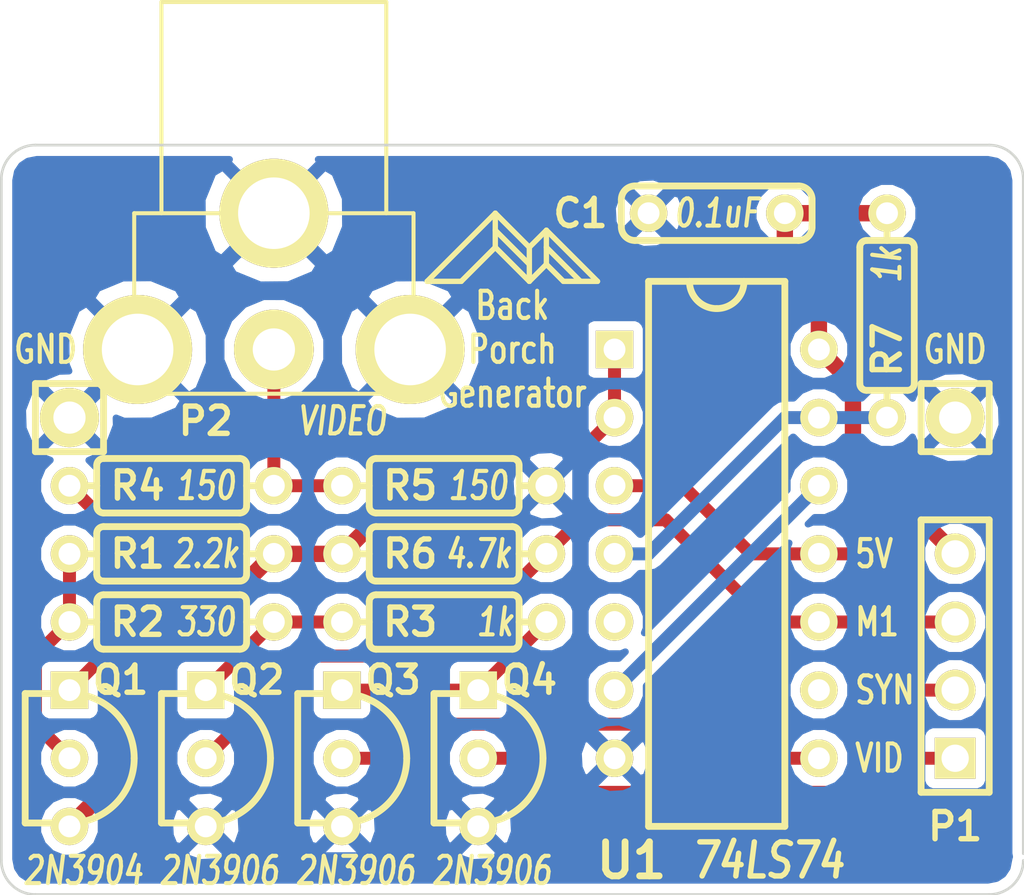
<source format=kicad_pcb>
(kicad_pcb (version 3) (host pcbnew "(2013-05-16 BZR 4016)-stable")

  (general
    (links 37)
    (no_connects 0)
    (area 100.397734 70.536999 140.902266 104.190001)
    (thickness 1.6)
    (drawings 30)
    (tracks 83)
    (zones 0)
    (modules 17)
    (nets 14)
  )

  (page A4)
  (layers
    (15 F.Cu signal)
    (0 B.Cu signal)
    (16 B.Adhes user)
    (17 F.Adhes user)
    (18 B.Paste user)
    (19 F.Paste user)
    (20 B.SilkS user)
    (21 F.SilkS user)
    (22 B.Mask user)
    (23 F.Mask user)
    (24 Dwgs.User user)
    (25 Cmts.User user)
    (26 Eco1.User user)
    (27 Eco2.User user)
    (28 Edge.Cuts user)
  )

  (setup
    (last_trace_width 0.4826)
    (trace_clearance 0.254)
    (zone_clearance 0.3556)
    (zone_45_only no)
    (trace_min 0.254)
    (segment_width 0.2)
    (edge_width 0.1)
    (via_size 0.889)
    (via_drill 0.635)
    (via_min_size 0.889)
    (via_min_drill 0.508)
    (uvia_size 0.508)
    (uvia_drill 0.127)
    (uvias_allowed no)
    (uvia_min_size 0.508)
    (uvia_min_drill 0.127)
    (pcb_text_width 0.3)
    (pcb_text_size 1.5 1.5)
    (mod_edge_width 0.15)
    (mod_text_size 1 1)
    (mod_text_width 0.15)
    (pad_size 2.2 2.2)
    (pad_drill 1.2)
    (pad_to_mask_clearance 0)
    (aux_axis_origin 0 0)
    (visible_elements 7FFFFFFF)
    (pcbplotparams
      (layerselection 284196865)
      (usegerberextensions true)
      (excludeedgelayer true)
      (linewidth 0.150000)
      (plotframeref false)
      (viasonmask false)
      (mode 1)
      (useauxorigin false)
      (hpglpennumber 1)
      (hpglpenspeed 20)
      (hpglpendiameter 15)
      (hpglpenoverlay 2)
      (psnegative false)
      (psa4output false)
      (plotreference true)
      (plotvalue true)
      (plotothertext true)
      (plotinvisibletext false)
      (padsonsilk false)
      (subtractmaskfromsilk false)
      (outputformat 1)
      (mirror false)
      (drillshape 0)
      (scaleselection 1)
      (outputdirectory gerber))
  )

  (net 0 "")
  (net 1 /M1)
  (net 2 /SYNC)
  (net 3 /VIDEO)
  (net 4 GND)
  (net 5 N-0000012)
  (net 6 N-0000013)
  (net 7 N-0000014)
  (net 8 N-000003)
  (net 9 N-000005)
  (net 10 N-000007)
  (net 11 N-000008)
  (net 12 N-000009)
  (net 13 VCC)

  (net_class Default "This is the default net class."
    (clearance 0.254)
    (trace_width 0.4826)
    (via_dia 0.889)
    (via_drill 0.635)
    (uvia_dia 0.508)
    (uvia_drill 0.127)
    (add_net "")
    (add_net /M1)
    (add_net /SYNC)
    (add_net /VIDEO)
    (add_net N-0000012)
    (add_net N-0000013)
    (add_net N-0000014)
    (add_net N-000003)
    (add_net N-000005)
    (add_net N-000007)
    (add_net N-000008)
    (add_net N-000009)
  )

  (net_class Power ""
    (clearance 0.254)
    (trace_width 0.6096)
    (via_dia 0.889)
    (via_drill 0.635)
    (uvia_dia 0.508)
    (uvia_drill 0.127)
    (add_net GND)
    (add_net VCC)
  )

  (module Res_762 (layer F.Cu) (tedit 523FCDD4) (tstamp 523F2E1A)
    (at 107.95 91.44)
    (descr "Resistor 7.62mm between leads")
    (tags R)
    (path /523F1513)
    (autoplace_cost180 10)
    (fp_text reference R1 (at -1.27 0) (layer F.SilkS)
      (effects (font (size 1.016 1.016) (thickness 0.2032)))
    )
    (fp_text value 2.2k (at 1.27 0) (layer F.SilkS)
      (effects (font (size 1.016 0.762) (thickness 0.1524) italic))
    )
    (fp_line (start 2.54 1.016) (end -2.54 1.016) (layer F.SilkS) (width 0.254))
    (fp_line (start 2.794 -0.762) (end 2.794 0.762) (layer F.SilkS) (width 0.254))
    (fp_line (start -2.54 -1.016) (end 2.54 -1.016) (layer F.SilkS) (width 0.254))
    (fp_line (start -2.794 0.762) (end -2.794 -0.762) (layer F.SilkS) (width 0.254))
    (fp_arc (start 2.54 0.762) (end 2.794 0.762) (angle 90) (layer F.SilkS) (width 0.254))
    (fp_arc (start 2.54 -0.762) (end 2.54 -1.016) (angle 90) (layer F.SilkS) (width 0.254))
    (fp_arc (start -2.54 0.762) (end -2.54 1.016) (angle 90) (layer F.SilkS) (width 0.254))
    (fp_arc (start -2.54 -0.762) (end -2.794 -0.762) (angle 90) (layer F.SilkS) (width 0.254))
    (fp_line (start 2.794 0) (end 3.81 0) (layer F.SilkS) (width 0.254))
    (fp_line (start -3.81 0) (end -2.794 0) (layer F.SilkS) (width 0.254))
    (pad 1 thru_hole circle (at -3.81 0) (size 1.397 1.397) (drill 0.8128)
      (layers *.Cu *.Mask F.SilkS)
      (net 10 N-000007)
    )
    (pad 2 thru_hole circle (at 3.81 0) (size 1.397 1.397) (drill 0.8128)
      (layers *.Cu *.Mask F.SilkS)
      (net 13 VCC)
    )
    (model discret/resistor.wrl
      (at (xyz 0 0 0))
      (scale (xyz 0.3 0.3 0.3))
      (rotate (xyz 0 0 0))
    )
  )

  (module Res_762 (layer F.Cu) (tedit 523FCDCD) (tstamp 523F2E2A)
    (at 107.95 93.98 180)
    (descr "Resistor 7.62mm between leads")
    (tags R)
    (path /523F1522)
    (autoplace_cost180 10)
    (fp_text reference R2 (at 1.27 0 180) (layer F.SilkS)
      (effects (font (size 1.016 1.016) (thickness 0.2032)))
    )
    (fp_text value 330 (at -1.27 0 180) (layer F.SilkS)
      (effects (font (size 1.016 0.762) (thickness 0.1524) italic))
    )
    (fp_line (start 2.54 1.016) (end -2.54 1.016) (layer F.SilkS) (width 0.254))
    (fp_line (start 2.794 -0.762) (end 2.794 0.762) (layer F.SilkS) (width 0.254))
    (fp_line (start -2.54 -1.016) (end 2.54 -1.016) (layer F.SilkS) (width 0.254))
    (fp_line (start -2.794 0.762) (end -2.794 -0.762) (layer F.SilkS) (width 0.254))
    (fp_arc (start 2.54 0.762) (end 2.794 0.762) (angle 90) (layer F.SilkS) (width 0.254))
    (fp_arc (start 2.54 -0.762) (end 2.54 -1.016) (angle 90) (layer F.SilkS) (width 0.254))
    (fp_arc (start -2.54 0.762) (end -2.54 1.016) (angle 90) (layer F.SilkS) (width 0.254))
    (fp_arc (start -2.54 -0.762) (end -2.794 -0.762) (angle 90) (layer F.SilkS) (width 0.254))
    (fp_line (start 2.794 0) (end 3.81 0) (layer F.SilkS) (width 0.254))
    (fp_line (start -3.81 0) (end -2.794 0) (layer F.SilkS) (width 0.254))
    (pad 1 thru_hole circle (at -3.81 0 180) (size 1.397 1.397) (drill 0.8128)
      (layers *.Cu *.Mask F.SilkS)
      (net 8 N-000003)
    )
    (pad 2 thru_hole circle (at 3.81 0 180) (size 1.397 1.397) (drill 0.8128)
      (layers *.Cu *.Mask F.SilkS)
      (net 10 N-000007)
    )
    (model discret/resistor.wrl
      (at (xyz 0 0 0))
      (scale (xyz 0.3 0.3 0.3))
      (rotate (xyz 0 0 0))
    )
  )

  (module Res_762 (layer F.Cu) (tedit 523FCDC0) (tstamp 523F2E3A)
    (at 118.11 93.98 180)
    (descr "Resistor 7.62mm between leads")
    (tags R)
    (path /523F1531)
    (autoplace_cost180 10)
    (fp_text reference R3 (at 1.27 0 180) (layer F.SilkS)
      (effects (font (size 1.016 1.016) (thickness 0.2032)))
    )
    (fp_text value 1k (at -1.905 0 180) (layer F.SilkS)
      (effects (font (size 1.016 0.762) (thickness 0.1524) italic))
    )
    (fp_line (start 2.54 1.016) (end -2.54 1.016) (layer F.SilkS) (width 0.254))
    (fp_line (start 2.794 -0.762) (end 2.794 0.762) (layer F.SilkS) (width 0.254))
    (fp_line (start -2.54 -1.016) (end 2.54 -1.016) (layer F.SilkS) (width 0.254))
    (fp_line (start -2.794 0.762) (end -2.794 -0.762) (layer F.SilkS) (width 0.254))
    (fp_arc (start 2.54 0.762) (end 2.794 0.762) (angle 90) (layer F.SilkS) (width 0.254))
    (fp_arc (start 2.54 -0.762) (end 2.54 -1.016) (angle 90) (layer F.SilkS) (width 0.254))
    (fp_arc (start -2.54 0.762) (end -2.54 1.016) (angle 90) (layer F.SilkS) (width 0.254))
    (fp_arc (start -2.54 -0.762) (end -2.794 -0.762) (angle 90) (layer F.SilkS) (width 0.254))
    (fp_line (start 2.794 0) (end 3.81 0) (layer F.SilkS) (width 0.254))
    (fp_line (start -3.81 0) (end -2.794 0) (layer F.SilkS) (width 0.254))
    (pad 1 thru_hole circle (at -3.81 0 180) (size 1.397 1.397) (drill 0.8128)
      (layers *.Cu *.Mask F.SilkS)
      (net 7 N-0000014)
    )
    (pad 2 thru_hole circle (at 3.81 0 180) (size 1.397 1.397) (drill 0.8128)
      (layers *.Cu *.Mask F.SilkS)
      (net 8 N-000003)
    )
    (model discret/resistor.wrl
      (at (xyz 0 0 0))
      (scale (xyz 0.3 0.3 0.3))
      (rotate (xyz 0 0 0))
    )
  )

  (module Res_762 (layer F.Cu) (tedit 523FCDD3) (tstamp 523F2E4A)
    (at 107.95 88.9)
    (descr "Resistor 7.62mm between leads")
    (tags R)
    (path /523F1540)
    (autoplace_cost180 10)
    (fp_text reference R4 (at -1.27 0) (layer F.SilkS)
      (effects (font (size 1.016 1.016) (thickness 0.2032)))
    )
    (fp_text value 150 (at 1.27 0) (layer F.SilkS)
      (effects (font (size 1.016 0.762) (thickness 0.1524) italic))
    )
    (fp_line (start 2.54 1.016) (end -2.54 1.016) (layer F.SilkS) (width 0.254))
    (fp_line (start 2.794 -0.762) (end 2.794 0.762) (layer F.SilkS) (width 0.254))
    (fp_line (start -2.54 -1.016) (end 2.54 -1.016) (layer F.SilkS) (width 0.254))
    (fp_line (start -2.794 0.762) (end -2.794 -0.762) (layer F.SilkS) (width 0.254))
    (fp_arc (start 2.54 0.762) (end 2.794 0.762) (angle 90) (layer F.SilkS) (width 0.254))
    (fp_arc (start 2.54 -0.762) (end 2.54 -1.016) (angle 90) (layer F.SilkS) (width 0.254))
    (fp_arc (start -2.54 0.762) (end -2.54 1.016) (angle 90) (layer F.SilkS) (width 0.254))
    (fp_arc (start -2.54 -0.762) (end -2.794 -0.762) (angle 90) (layer F.SilkS) (width 0.254))
    (fp_line (start 2.794 0) (end 3.81 0) (layer F.SilkS) (width 0.254))
    (fp_line (start -3.81 0) (end -2.794 0) (layer F.SilkS) (width 0.254))
    (pad 1 thru_hole circle (at -3.81 0) (size 1.397 1.397) (drill 0.8128)
      (layers *.Cu *.Mask F.SilkS)
      (net 11 N-000008)
    )
    (pad 2 thru_hole circle (at 3.81 0) (size 1.397 1.397) (drill 0.8128)
      (layers *.Cu *.Mask F.SilkS)
      (net 12 N-000009)
    )
    (model discret/resistor.wrl
      (at (xyz 0 0 0))
      (scale (xyz 0.3 0.3 0.3))
      (rotate (xyz 0 0 0))
    )
  )

  (module Res_762 (layer F.Cu) (tedit 523FCDB2) (tstamp 523F2E5A)
    (at 118.11 88.9)
    (descr "Resistor 7.62mm between leads")
    (tags R)
    (path /523F154F)
    (autoplace_cost180 10)
    (fp_text reference R5 (at -1.27 0) (layer F.SilkS)
      (effects (font (size 1.016 1.016) (thickness 0.2032)))
    )
    (fp_text value 150 (at 1.27 0) (layer F.SilkS)
      (effects (font (size 1.016 0.762) (thickness 0.1524) italic))
    )
    (fp_line (start 2.54 1.016) (end -2.54 1.016) (layer F.SilkS) (width 0.254))
    (fp_line (start 2.794 -0.762) (end 2.794 0.762) (layer F.SilkS) (width 0.254))
    (fp_line (start -2.54 -1.016) (end 2.54 -1.016) (layer F.SilkS) (width 0.254))
    (fp_line (start -2.794 0.762) (end -2.794 -0.762) (layer F.SilkS) (width 0.254))
    (fp_arc (start 2.54 0.762) (end 2.794 0.762) (angle 90) (layer F.SilkS) (width 0.254))
    (fp_arc (start 2.54 -0.762) (end 2.54 -1.016) (angle 90) (layer F.SilkS) (width 0.254))
    (fp_arc (start -2.54 0.762) (end -2.54 1.016) (angle 90) (layer F.SilkS) (width 0.254))
    (fp_arc (start -2.54 -0.762) (end -2.794 -0.762) (angle 90) (layer F.SilkS) (width 0.254))
    (fp_line (start 2.794 0) (end 3.81 0) (layer F.SilkS) (width 0.254))
    (fp_line (start -3.81 0) (end -2.794 0) (layer F.SilkS) (width 0.254))
    (pad 1 thru_hole circle (at -3.81 0) (size 1.397 1.397) (drill 0.8128)
      (layers *.Cu *.Mask F.SilkS)
      (net 12 N-000009)
    )
    (pad 2 thru_hole circle (at 3.81 0) (size 1.397 1.397) (drill 0.8128)
      (layers *.Cu *.Mask F.SilkS)
      (net 4 GND)
    )
    (model discret/resistor.wrl
      (at (xyz 0 0 0))
      (scale (xyz 0.3 0.3 0.3))
      (rotate (xyz 0 0 0))
    )
  )

  (module Res_762 (layer F.Cu) (tedit 523FCDBA) (tstamp 523F2E6A)
    (at 118.11 91.44)
    (descr "Resistor 7.62mm between leads")
    (tags R)
    (path /523F155E)
    (autoplace_cost180 10)
    (fp_text reference R6 (at -1.27 0) (layer F.SilkS)
      (effects (font (size 1.016 1.016) (thickness 0.2032)))
    )
    (fp_text value 4.7k (at 1.27 0) (layer F.SilkS)
      (effects (font (size 1.016 0.762) (thickness 0.1524) italic))
    )
    (fp_line (start 2.54 1.016) (end -2.54 1.016) (layer F.SilkS) (width 0.254))
    (fp_line (start 2.794 -0.762) (end 2.794 0.762) (layer F.SilkS) (width 0.254))
    (fp_line (start -2.54 -1.016) (end 2.54 -1.016) (layer F.SilkS) (width 0.254))
    (fp_line (start -2.794 0.762) (end -2.794 -0.762) (layer F.SilkS) (width 0.254))
    (fp_arc (start 2.54 0.762) (end 2.794 0.762) (angle 90) (layer F.SilkS) (width 0.254))
    (fp_arc (start 2.54 -0.762) (end 2.54 -1.016) (angle 90) (layer F.SilkS) (width 0.254))
    (fp_arc (start -2.54 0.762) (end -2.54 1.016) (angle 90) (layer F.SilkS) (width 0.254))
    (fp_arc (start -2.54 -0.762) (end -2.794 -0.762) (angle 90) (layer F.SilkS) (width 0.254))
    (fp_line (start 2.794 0) (end 3.81 0) (layer F.SilkS) (width 0.254))
    (fp_line (start -3.81 0) (end -2.794 0) (layer F.SilkS) (width 0.254))
    (pad 1 thru_hole circle (at -3.81 0) (size 1.397 1.397) (drill 0.8128)
      (layers *.Cu *.Mask F.SilkS)
      (net 13 VCC)
    )
    (pad 2 thru_hole circle (at 3.81 0) (size 1.397 1.397) (drill 0.8128)
      (layers *.Cu *.Mask F.SilkS)
      (net 2 /SYNC)
    )
    (model discret/resistor.wrl
      (at (xyz 0 0 0))
      (scale (xyz 0.3 0.3 0.3))
      (rotate (xyz 0 0 0))
    )
  )

  (module Res_762 (layer F.Cu) (tedit 524122FE) (tstamp 523F2E7A)
    (at 134.62 82.55 270)
    (descr "Resistor 7.62mm between leads")
    (tags R)
    (path /523F1FD0)
    (autoplace_cost180 10)
    (fp_text reference R7 (at 1.27 0 270) (layer F.SilkS)
      (effects (font (size 1.016 1.016) (thickness 0.2032)))
    )
    (fp_text value 1k (at -1.905 0 270) (layer F.SilkS)
      (effects (font (size 1.016 0.762) (thickness 0.1524) italic))
    )
    (fp_line (start 2.54 1.016) (end -2.54 1.016) (layer F.SilkS) (width 0.254))
    (fp_line (start 2.794 -0.762) (end 2.794 0.762) (layer F.SilkS) (width 0.254))
    (fp_line (start -2.54 -1.016) (end 2.54 -1.016) (layer F.SilkS) (width 0.254))
    (fp_line (start -2.794 0.762) (end -2.794 -0.762) (layer F.SilkS) (width 0.254))
    (fp_arc (start 2.54 0.762) (end 2.794 0.762) (angle 90) (layer F.SilkS) (width 0.254))
    (fp_arc (start 2.54 -0.762) (end 2.54 -1.016) (angle 90) (layer F.SilkS) (width 0.254))
    (fp_arc (start -2.54 0.762) (end -2.54 1.016) (angle 90) (layer F.SilkS) (width 0.254))
    (fp_arc (start -2.54 -0.762) (end -2.794 -0.762) (angle 90) (layer F.SilkS) (width 0.254))
    (fp_line (start 2.794 0) (end 3.81 0) (layer F.SilkS) (width 0.254))
    (fp_line (start -3.81 0) (end -2.794 0) (layer F.SilkS) (width 0.254))
    (pad 1 thru_hole circle (at -3.81 0 270) (size 1.397 1.397) (drill 0.8128)
      (layers *.Cu *.Mask F.SilkS)
      (net 13 VCC)
    )
    (pad 2 thru_hole circle (at 3.81 0 270) (size 1.397 1.397) (drill 0.8128)
      (layers *.Cu *.Mask F.SilkS)
      (net 9 N-000005)
    )
    (model discret/resistor.wrl
      (at (xyz 0 0 0))
      (scale (xyz 0.3 0.3 0.3))
      (rotate (xyz 0 0 0))
    )
  )

  (module DIP14_300 (layer F.Cu) (tedit 5240FAF2) (tstamp 523F2E9F)
    (at 128.27 91.44 270)
    (descr "14 pins DIL package, round pads")
    (tags DIL)
    (path /523F14E1)
    (fp_text reference U1 (at 11.43 3.175 360) (layer F.SilkS)
      (effects (font (size 1.27 1.27) (thickness 0.254)))
    )
    (fp_text value 74LS74 (at 11.43 -1.905 360) (layer F.SilkS)
      (effects (font (size 1.27 1.016) (thickness 0.2032) italic))
    )
    (fp_arc (start -10.16 0) (end -9.144 0) (angle 90) (layer F.SilkS) (width 0.254))
    (fp_arc (start -10.16 0) (end -10.16 -1.016) (angle 90) (layer F.SilkS) (width 0.254))
    (fp_line (start 10.16 -2.54) (end -10.16 -2.54) (layer F.SilkS) (width 0.254))
    (fp_line (start -10.16 -2.54) (end -10.16 2.54) (layer F.SilkS) (width 0.254))
    (fp_line (start -10.16 2.54) (end 10.16 2.54) (layer F.SilkS) (width 0.254))
    (fp_line (start 10.16 2.54) (end 10.16 -2.54) (layer F.SilkS) (width 0.254))
    (pad 1 thru_hole rect (at -7.62 3.81 270) (size 1.397 1.397) (drill 0.8128)
      (layers *.Cu *.Mask F.SilkS)
      (net 2 /SYNC)
    )
    (pad 2 thru_hole circle (at -5.08 3.81 270) (size 1.397 1.397) (drill 0.8128)
      (layers *.Cu *.Mask F.SilkS)
      (net 2 /SYNC)
    )
    (pad 3 thru_hole circle (at -2.54 3.81 270) (size 1.397 1.397) (drill 0.8128)
      (layers *.Cu *.Mask F.SilkS)
      (net 1 /M1)
    )
    (pad 4 thru_hole circle (at 0 3.81 270) (size 1.397 1.397) (drill 0.8128)
      (layers *.Cu *.Mask F.SilkS)
      (net 9 N-000005)
    )
    (pad 5 thru_hole circle (at 2.54 3.81 270) (size 1.397 1.397) (drill 0.8128)
      (layers *.Cu *.Mask F.SilkS)
    )
    (pad 6 thru_hole circle (at 5.08 3.81 270) (size 1.397 1.397) (drill 0.8128)
      (layers *.Cu *.Mask F.SilkS)
      (net 5 N-0000012)
    )
    (pad 7 thru_hole circle (at 7.62 3.81 270) (size 1.397 1.397) (drill 0.8128)
      (layers *.Cu *.Mask F.SilkS)
      (net 4 GND)
    )
    (pad 8 thru_hole circle (at 7.62 -3.81 270) (size 1.397 1.397) (drill 0.8128)
      (layers *.Cu *.Mask F.SilkS)
      (net 6 N-0000013)
    )
    (pad 9 thru_hole circle (at 5.08 -3.81 270) (size 1.397 1.397) (drill 0.8128)
      (layers *.Cu *.Mask F.SilkS)
    )
    (pad 10 thru_hole circle (at 2.54 -3.81 270) (size 1.397 1.397) (drill 0.8128)
      (layers *.Cu *.Mask F.SilkS)
      (net 2 /SYNC)
    )
    (pad 11 thru_hole circle (at 0 -3.81 270) (size 1.397 1.397) (drill 0.8128)
      (layers *.Cu *.Mask F.SilkS)
      (net 1 /M1)
    )
    (pad 12 thru_hole circle (at -2.54 -3.81 270) (size 1.397 1.397) (drill 0.8128)
      (layers *.Cu *.Mask F.SilkS)
      (net 5 N-0000012)
    )
    (pad 13 thru_hole circle (at -5.08 -3.81 270) (size 1.397 1.397) (drill 0.8128)
      (layers *.Cu *.Mask F.SilkS)
      (net 9 N-000005)
    )
    (pad 14 thru_hole circle (at -7.62 -3.81 270) (size 1.397 1.397) (drill 0.8128)
      (layers *.Cu *.Mask F.SilkS)
      (net 13 VCC)
    )
    (model dil/dil_14.wrl
      (at (xyz 0 0 0))
      (scale (xyz 1 1 1))
      (rotate (xyz 0 0 0))
    )
  )

  (module Cap_Cer_504 (layer F.Cu) (tedit 523FCDE3) (tstamp 523F2EB7)
    (at 128.27 78.74 180)
    (descr "Ceramic Capacitor 5.04mm")
    (tags Cap_Cer_504)
    (path /523F156D)
    (fp_text reference C1 (at 5.08 0 180) (layer F.SilkS)
      (effects (font (size 1.016 1.016) (thickness 0.2032)))
    )
    (fp_text value 0.1uF (at 0 0 180) (layer F.SilkS)
      (effects (font (size 1.016 0.762) (thickness 0.1524) italic))
    )
    (fp_line (start 3.556 0.508) (end 3.556 -0.508) (layer F.SilkS) (width 0.254))
    (fp_line (start -3.048 1.016) (end 3.048 1.016) (layer F.SilkS) (width 0.254))
    (fp_line (start -3.048 -1.016) (end 3.048 -1.016) (layer F.SilkS) (width 0.254))
    (fp_arc (start 3.048 0.508) (end 3.556 0.508) (angle 90) (layer F.SilkS) (width 0.254))
    (fp_arc (start 3.048 -0.508) (end 3.048 -1.016) (angle 90) (layer F.SilkS) (width 0.254))
    (fp_arc (start -3.048 0.508) (end -3.048 1.016) (angle 90) (layer F.SilkS) (width 0.254))
    (fp_arc (start -3.048 -0.508) (end -3.556 -0.508) (angle 90) (layer F.SilkS) (width 0.254))
    (fp_line (start -3.556 0.508) (end -3.556 -0.508) (layer F.SilkS) (width 0.254))
    (pad 1 thru_hole circle (at -2.54 0 180) (size 1.397 1.397) (drill 0.8128)
      (layers *.Cu *.Mask F.SilkS)
      (net 13 VCC)
    )
    (pad 2 thru_hole circle (at 2.54 0 180) (size 1.397 1.397) (drill 0.8128)
      (layers *.Cu *.Mask F.SilkS)
      (net 4 GND)
    )
    (model discret/capa_2pas_5x5mm.wrl
      (at (xyz 0 0 0))
      (scale (xyz 1 1 1))
      (rotate (xyz 0 0 0))
    )
  )

  (module TO92_EBC_254 (layer F.Cu) (tedit 5240FB60) (tstamp 523FD190)
    (at 104.14 99.06 270)
    (descr "Transistor TO92")
    (tags TO92)
    (path /523F183A)
    (fp_text reference Q1 (at -2.921 -1.905 360) (layer F.SilkS)
      (effects (font (size 1.016 1.016) (thickness 0.2032)))
    )
    (fp_text value 2N3904 (at 4.191 -0.508 360) (layer F.SilkS)
      (effects (font (size 1.016 0.762) (thickness 0.1524) italic))
    )
    (fp_line (start 2.413 0) (end 2.413 1.651) (layer F.SilkS) (width 0.254))
    (fp_line (start -2.413 1.651) (end -2.413 0) (layer F.SilkS) (width 0.254))
    (fp_arc (start 0 0) (end 0 -2.413) (angle 90) (layer F.SilkS) (width 0.254))
    (fp_arc (start 0 0) (end -2.413 0) (angle 90) (layer F.SilkS) (width 0.254))
    (fp_line (start -2.413 1.651) (end 2.413 1.651) (layer F.SilkS) (width 0.254))
    (pad 1 thru_hole rect (at -2.54 0 270) (size 1.397 1.397) (drill 0.8128)
      (layers *.Cu *.Mask F.SilkS)
      (net 11 N-000008)
    )
    (pad 2 thru_hole circle (at 0 0 270) (size 1.397 1.397) (drill 0.8128)
      (layers *.Cu *.Mask F.SilkS)
      (net 10 N-000007)
    )
    (pad 3 thru_hole circle (at 2.54 0 270) (size 1.397 1.397) (drill 0.8128)
      (layers *.Cu *.Mask F.SilkS)
      (net 13 VCC)
    )
    (model discret/to98.wrl
      (at (xyz 0 0 0))
      (scale (xyz 1 1 1))
      (rotate (xyz 0 0 0))
    )
  )

  (module TO92_EBC_254 (layer F.Cu) (tedit 5240FB5A) (tstamp 523F2DEC)
    (at 114.3 99.06 270)
    (descr "Transistor TO92")
    (tags TO92)
    (path /523F1849)
    (fp_text reference Q3 (at -2.921 -1.905 360) (layer F.SilkS)
      (effects (font (size 1.016 1.016) (thickness 0.2032)))
    )
    (fp_text value 2N3906 (at 4.191 -0.508 360) (layer F.SilkS)
      (effects (font (size 1.016 0.762) (thickness 0.1524) italic))
    )
    (fp_line (start 2.413 0) (end 2.413 1.651) (layer F.SilkS) (width 0.254))
    (fp_line (start -2.413 1.651) (end -2.413 0) (layer F.SilkS) (width 0.254))
    (fp_arc (start 0 0) (end 0 -2.413) (angle 90) (layer F.SilkS) (width 0.254))
    (fp_arc (start 0 0) (end -2.413 0) (angle 90) (layer F.SilkS) (width 0.254))
    (fp_line (start -2.413 1.651) (end 2.413 1.651) (layer F.SilkS) (width 0.254))
    (pad 1 thru_hole rect (at -2.54 0 270) (size 1.397 1.397) (drill 0.8128)
      (layers *.Cu *.Mask F.SilkS)
      (net 7 N-0000014)
    )
    (pad 2 thru_hole circle (at 0 0 270) (size 1.397 1.397) (drill 0.8128)
      (layers *.Cu *.Mask F.SilkS)
      (net 6 N-0000013)
    )
    (pad 3 thru_hole circle (at 2.54 0 270) (size 1.397 1.397) (drill 0.8128)
      (layers *.Cu *.Mask F.SilkS)
      (net 4 GND)
    )
    (model discret/to98.wrl
      (at (xyz 0 0 0))
      (scale (xyz 1 1 1))
      (rotate (xyz 0 0 0))
    )
  )

  (module TO92_EBC_254 (layer F.Cu) (tedit 5240FB5C) (tstamp 523F2DFB)
    (at 109.22 99.06 270)
    (descr "Transistor TO92")
    (tags TO92)
    (path /523F1858)
    (fp_text reference Q2 (at -2.921 -1.905 360) (layer F.SilkS)
      (effects (font (size 1.016 1.016) (thickness 0.2032)))
    )
    (fp_text value 2N3906 (at 4.191 -0.508 360) (layer F.SilkS)
      (effects (font (size 1.016 0.762) (thickness 0.1524) italic))
    )
    (fp_line (start 2.413 0) (end 2.413 1.651) (layer F.SilkS) (width 0.254))
    (fp_line (start -2.413 1.651) (end -2.413 0) (layer F.SilkS) (width 0.254))
    (fp_arc (start 0 0) (end 0 -2.413) (angle 90) (layer F.SilkS) (width 0.254))
    (fp_arc (start 0 0) (end -2.413 0) (angle 90) (layer F.SilkS) (width 0.254))
    (fp_line (start -2.413 1.651) (end 2.413 1.651) (layer F.SilkS) (width 0.254))
    (pad 1 thru_hole rect (at -2.54 0 270) (size 1.397 1.397) (drill 0.8128)
      (layers *.Cu *.Mask F.SilkS)
      (net 8 N-000003)
    )
    (pad 2 thru_hole circle (at 0 0 270) (size 1.397 1.397) (drill 0.8128)
      (layers *.Cu *.Mask F.SilkS)
      (net 2 /SYNC)
    )
    (pad 3 thru_hole circle (at 2.54 0 270) (size 1.397 1.397) (drill 0.8128)
      (layers *.Cu *.Mask F.SilkS)
      (net 4 GND)
    )
    (model discret/to98.wrl
      (at (xyz 0 0 0))
      (scale (xyz 1 1 1))
      (rotate (xyz 0 0 0))
    )
  )

  (module TO92_EBC_254 (layer F.Cu) (tedit 5240FB58) (tstamp 523F2E0A)
    (at 119.38 99.06 270)
    (descr "Transistor TO92")
    (tags TO92)
    (path /523F1867)
    (fp_text reference Q4 (at -2.921 -1.905 360) (layer F.SilkS)
      (effects (font (size 1.016 1.016) (thickness 0.2032)))
    )
    (fp_text value 2N3906 (at 4.191 -0.508 360) (layer F.SilkS)
      (effects (font (size 1.016 0.762) (thickness 0.1524) italic))
    )
    (fp_line (start 2.413 0) (end 2.413 1.651) (layer F.SilkS) (width 0.254))
    (fp_line (start -2.413 1.651) (end -2.413 0) (layer F.SilkS) (width 0.254))
    (fp_arc (start 0 0) (end 0 -2.413) (angle 90) (layer F.SilkS) (width 0.254))
    (fp_arc (start 0 0) (end -2.413 0) (angle 90) (layer F.SilkS) (width 0.254))
    (fp_line (start -2.413 1.651) (end 2.413 1.651) (layer F.SilkS) (width 0.254))
    (pad 1 thru_hole rect (at -2.54 0 270) (size 1.397 1.397) (drill 0.8128)
      (layers *.Cu *.Mask F.SilkS)
      (net 7 N-0000014)
    )
    (pad 2 thru_hole circle (at 0 0 270) (size 1.397 1.397) (drill 0.8128)
      (layers *.Cu *.Mask F.SilkS)
      (net 3 /VIDEO)
    )
    (pad 3 thru_hole circle (at 2.54 0 270) (size 1.397 1.397) (drill 0.8128)
      (layers *.Cu *.Mask F.SilkS)
      (net 4 GND)
    )
    (model discret/to98.wrl
      (at (xyz 0 0 0))
      (scale (xyz 1 1 1))
      (rotate (xyz 0 0 0))
    )
  )

  (module Conn_RCA (layer F.Cu) (tedit 52411F4B) (tstamp 523FD1A0)
    (at 111.76 78.74 270)
    (descr "Jack Power Connector")
    (tags "CONN POWER JACK")
    (path /523F1B7D)
    (fp_text reference P2 (at 7.747 2.54 360) (layer F.SilkS)
      (effects (font (size 1.016 1.016) (thickness 0.2032)))
    )
    (fp_text value VIDEO (at 7.747 -2.54 360) (layer F.SilkS)
      (effects (font (size 1.016 0.762) (thickness 0.1524) italic))
    )
    (fp_line (start 0 -4.191) (end -7.874 -4.191) (layer F.SilkS) (width 0.15))
    (fp_line (start -7.874 -4.191) (end -7.874 4.191) (layer F.SilkS) (width 0.15))
    (fp_line (start -7.874 4.191) (end 0 4.191) (layer F.SilkS) (width 0.15))
    (fp_line (start 0 -5.207) (end 6.731 -5.207) (layer F.SilkS) (width 0.15))
    (fp_line (start 6.731 -5.207) (end 6.731 5.207) (layer F.SilkS) (width 0.15))
    (fp_line (start 6.731 5.207) (end 0 5.207) (layer F.SilkS) (width 0.15))
    (fp_line (start 0 -5.207) (end 0 5.207) (layer F.SilkS) (width 0.15))
    (pad 1 thru_hole circle (at 0 0 270) (size 4.064 4.064) (drill 2.667)
      (layers *.Cu *.Mask F.SilkS)
      (net 4 GND)
    )
    (pad 1 thru_hole circle (at 5.08 -5.08 270) (size 4.064 4.064) (drill 2.667)
      (layers *.Cu *.Mask F.SilkS)
      (net 4 GND)
    )
    (pad 1 thru_hole circle (at 5.08 5.08 270) (size 4.064 4.064) (drill 2.667)
      (layers *.Cu *.Mask F.SilkS)
      (net 4 GND)
    )
    (pad 2 thru_hole circle (at 5.08 0 270) (size 2.9718 2.9718) (drill 1.5748)
      (layers *.Cu *.Mask F.SilkS)
      (net 12 N-000009)
    )
    (model connectors/POWER_21.wrl
      (at (xyz 0 0 0))
      (scale (xyz 0.8 0.8 0.8))
      (rotate (xyz 0 0 0))
    )
  )

  (module PIN_ARRAY_4x1 (layer F.Cu) (tedit 5240FB97) (tstamp 5240FC5A)
    (at 137.16 95.25 90)
    (descr "Double rangee de contacts 2 x 5 pins")
    (tags CONN)
    (path /523F4084)
    (fp_text reference P1 (at -6.35 0 180) (layer F.SilkS)
      (effects (font (size 1.016 1.016) (thickness 0.2032)))
    )
    (fp_text value ZX80 (at 0 2.54 90) (layer F.SilkS) hide
      (effects (font (size 1.016 1.016) (thickness 0.2032)))
    )
    (fp_line (start 5.08 1.27) (end -5.08 1.27) (layer F.SilkS) (width 0.254))
    (fp_line (start 5.08 -1.27) (end -5.08 -1.27) (layer F.SilkS) (width 0.254))
    (fp_line (start -5.08 -1.27) (end -5.08 1.27) (layer F.SilkS) (width 0.254))
    (fp_line (start 5.08 1.27) (end 5.08 -1.27) (layer F.SilkS) (width 0.254))
    (pad 1 thru_hole rect (at -3.81 0 90) (size 1.524 1.524) (drill 1.016)
      (layers *.Cu *.Mask F.SilkS)
      (net 3 /VIDEO)
    )
    (pad 2 thru_hole circle (at -1.27 0 90) (size 1.524 1.524) (drill 1.016)
      (layers *.Cu *.Mask F.SilkS)
      (net 2 /SYNC)
    )
    (pad 3 thru_hole circle (at 1.27 0 90) (size 1.524 1.524) (drill 1.016)
      (layers *.Cu *.Mask F.SilkS)
      (net 1 /M1)
    )
    (pad 4 thru_hole circle (at 3.81 0 90) (size 1.524 1.524) (drill 1.016)
      (layers *.Cu *.Mask F.SilkS)
      (net 13 VCC)
    )
    (model pin_array\pins_array_4x1.wrl
      (at (xyz 0 0 0))
      (scale (xyz 1 1 1))
      (rotate (xyz 0 0 0))
    )
  )

  (module PIN_ARRAY_1X1_NOKEY (layer F.Cu) (tedit 5241239E) (tstamp 5240FB20)
    (at 104.14 86.36)
    (descr "Double rangee de contacts 2 x 5 pins")
    (tags CONN)
    (path /523F40BE)
    (fp_text reference P3 (at -1.27 -2.54) (layer F.SilkS) hide
      (effects (font (size 1.016 1.016) (thickness 0.2032)))
    )
    (fp_text value CONN_1 (at 0 2.54) (layer F.SilkS) hide
      (effects (font (size 1.016 1.016) (thickness 0.2032)))
    )
    (fp_line (start -1.27 1.27) (end 1.27 1.27) (layer F.SilkS) (width 0.254))
    (fp_line (start -1.27 -1.27) (end 1.27 -1.27) (layer F.SilkS) (width 0.254))
    (fp_line (start -1.27 -1.27) (end -1.27 1.27) (layer F.SilkS) (width 0.254))
    (fp_line (start 1.27 1.27) (end 1.27 -1.27) (layer F.SilkS) (width 0.254))
    (pad 1 thru_hole circle (at 0 0) (size 2.2 2.2) (drill 1.2)
      (layers *.Cu *.Mask F.SilkS)
      (net 4 GND)
    )
    (model pin_array/pins_array_5x1.wrl
      (at (xyz 0 0 0))
      (scale (xyz 1 1 1))
      (rotate (xyz 0 0 0))
    )
  )

  (module PIN_ARRAY_1X1_NOKEY (layer F.Cu) (tedit 524123A5) (tstamp 523F4644)
    (at 137.16 86.36)
    (descr "Double rangee de contacts 2 x 5 pins")
    (tags CONN)
    (path /523F40CD)
    (fp_text reference P4 (at 0 -2.54) (layer F.SilkS) hide
      (effects (font (size 1.016 1.016) (thickness 0.2032)))
    )
    (fp_text value CONN_1 (at 0 2.54) (layer F.SilkS) hide
      (effects (font (size 1.016 1.016) (thickness 0.2032)))
    )
    (fp_line (start -1.27 1.27) (end 1.27 1.27) (layer F.SilkS) (width 0.254))
    (fp_line (start -1.27 -1.27) (end 1.27 -1.27) (layer F.SilkS) (width 0.254))
    (fp_line (start -1.27 -1.27) (end -1.27 1.27) (layer F.SilkS) (width 0.254))
    (fp_line (start 1.27 1.27) (end 1.27 -1.27) (layer F.SilkS) (width 0.254))
    (pad 1 thru_hole circle (at 0 0) (size 2.2 2.2) (drill 1.2)
      (layers *.Cu *.Mask F.SilkS)
      (net 4 GND)
    )
    (model pin_array/pins_array_5x1.wrl
      (at (xyz 0 0 0))
      (scale (xyz 1 1 1))
      (rotate (xyz 0 0 0))
    )
  )

  (gr_text "Back\nPorch\nGenerator" (at 120.65 83.82) (layer F.SilkS)
    (effects (font (size 1.016 0.762) (thickness 0.1524)))
  )
  (gr_line (start 121.92 80.01) (end 123.19 81.28) (angle 90) (layer F.SilkS) (width 0.2))
  (gr_line (start 121.92 79.375) (end 121.92 80.645) (angle 90) (layer F.SilkS) (width 0.2))
  (gr_line (start 120.015 79.375) (end 121.285 80.645) (angle 90) (layer F.SilkS) (width 0.2))
  (gr_line (start 121.285 80.01) (end 121.285 81.28) (angle 90) (layer F.SilkS) (width 0.2))
  (gr_line (start 120.015 78.74) (end 120.015 80.01) (angle 90) (layer F.SilkS) (width 0.2))
  (gr_line (start 118.745 81.28) (end 117.475 81.28) (angle 90) (layer F.SilkS) (width 0.2))
  (gr_line (start 120.015 80.01) (end 118.745 81.28) (angle 90) (layer F.SilkS) (width 0.2))
  (gr_line (start 121.285 81.28) (end 120.015 80.01) (angle 90) (layer F.SilkS) (width 0.2))
  (gr_line (start 121.92 80.645) (end 121.285 81.28) (angle 90) (layer F.SilkS) (width 0.2))
  (gr_line (start 122.555 81.28) (end 121.92 80.645) (angle 90) (layer F.SilkS) (width 0.2))
  (gr_line (start 123.825 81.28) (end 122.555 81.28) (angle 90) (layer F.SilkS) (width 0.2))
  (gr_line (start 121.92 79.375) (end 123.825 81.28) (angle 90) (layer F.SilkS) (width 0.2))
  (gr_line (start 121.285 80.01) (end 121.92 79.375) (angle 90) (layer F.SilkS) (width 0.2))
  (gr_line (start 120.015 78.74) (end 121.285 80.01) (angle 90) (layer F.SilkS) (width 0.2))
  (gr_line (start 117.475 81.28) (end 120.015 78.74) (angle 90) (layer F.SilkS) (width 0.2))
  (gr_text GND (at 103.251 83.82) (layer F.SilkS)
    (effects (font (size 1.016 0.762) (thickness 0.1524)))
  )
  (gr_text GND (at 137.16 83.82) (layer F.SilkS)
    (effects (font (size 1.016 0.762) (thickness 0.1524)))
  )
  (gr_text VID (at 133.35 99.06) (layer F.SilkS)
    (effects (font (size 1.016 0.762) (thickness 0.1524)) (justify left))
  )
  (gr_text SYN (at 133.35 96.52) (layer F.SilkS)
    (effects (font (size 1.016 0.762) (thickness 0.1524)) (justify left))
  )
  (gr_text M1 (at 133.35 93.98) (layer F.SilkS)
    (effects (font (size 1.016 0.762) (thickness 0.1524)) (justify left))
  )
  (gr_text 5V (at 133.35 91.44) (layer F.SilkS)
    (effects (font (size 1.016 0.762) (thickness 0.1524)) (justify left))
  )
  (gr_arc (start 138.43 102.87) (end 139.7 102.87) (angle 90) (layer Edge.Cuts) (width 0.1))
  (gr_arc (start 138.43 77.47) (end 138.43 76.2) (angle 90) (layer Edge.Cuts) (width 0.1))
  (gr_arc (start 102.87 102.87) (end 102.87 104.14) (angle 90) (layer Edge.Cuts) (width 0.1))
  (gr_arc (start 102.87 77.47) (end 101.6 77.47) (angle 90) (layer Edge.Cuts) (width 0.1))
  (gr_line (start 138.43 76.2) (end 102.87 76.2) (angle 90) (layer Edge.Cuts) (width 0.1))
  (gr_line (start 139.7 102.616) (end 139.7 77.47) (angle 90) (layer Edge.Cuts) (width 0.1))
  (gr_line (start 102.87 104.14) (end 138.43 104.14) (angle 90) (layer Edge.Cuts) (width 0.1))
  (gr_line (start 101.6 77.47) (end 101.6 102.87) (angle 90) (layer Edge.Cuts) (width 0.1))

  (segment (start 132.08 91.44) (end 133.35 91.44) (width 0.4826) (layer F.Cu) (net 1))
  (segment (start 135.89 93.98) (end 137.16 93.98) (width 0.4826) (layer F.Cu) (net 1) (tstamp 523FCD80))
  (segment (start 133.35 91.44) (end 135.89 93.98) (width 0.4826) (layer F.Cu) (net 1) (tstamp 523FCD7E))
  (segment (start 132.08 91.44) (end 129.54 91.44) (width 0.4826) (layer F.Cu) (net 1))
  (segment (start 127 88.9) (end 124.46 88.9) (width 0.4826) (layer F.Cu) (net 1) (tstamp 523F4340))
  (segment (start 129.54 91.44) (end 127 88.9) (width 0.4826) (layer F.Cu) (net 1) (tstamp 523F433E))
  (segment (start 137.16 96.52) (end 135.89 96.52) (width 0.4826) (layer F.Cu) (net 2))
  (segment (start 133.35 93.98) (end 132.08 93.98) (width 0.4826) (layer F.Cu) (net 2) (tstamp 523FCD7A))
  (segment (start 135.89 96.52) (end 133.35 93.98) (width 0.4826) (layer F.Cu) (net 2) (tstamp 523FCD78))
  (segment (start 123.19 90.17) (end 126.365 90.17) (width 0.4826) (layer F.Cu) (net 2))
  (segment (start 126.365 90.17) (end 130.175 93.98) (width 0.4826) (layer F.Cu) (net 2) (tstamp 523FCD38))
  (segment (start 113.03 95.25) (end 118.11 95.25) (width 0.4826) (layer F.Cu) (net 2))
  (segment (start 109.22 99.06) (end 113.03 95.25) (width 0.4826) (layer F.Cu) (net 2))
  (segment (start 118.11 95.25) (end 121.92 91.44) (width 0.4826) (layer F.Cu) (net 2) (tstamp 523FCD32))
  (segment (start 123.19 90.17) (end 121.92 91.44) (width 0.4826) (layer F.Cu) (net 2))
  (segment (start 130.175 93.98) (end 132.08 93.98) (width 0.4826) (layer F.Cu) (net 2) (tstamp 523FCD3C))
  (segment (start 123.19 89.535) (end 123.19 87.63) (width 0.4826) (layer F.Cu) (net 2) (tstamp 523F4349))
  (segment (start 124.46 86.36) (end 123.19 87.63) (width 0.4826) (layer F.Cu) (net 2) (tstamp 523F434A))
  (segment (start 123.19 90.17) (end 123.19 89.535) (width 0.4826) (layer F.Cu) (net 2) (tstamp 523FCD1F))
  (segment (start 124.46 86.36) (end 124.46 83.82) (width 0.4826) (layer F.Cu) (net 2))
  (segment (start 119.38 99.06) (end 121.285 99.06) (width 0.4826) (layer F.Cu) (net 3))
  (segment (start 135.255 99.06) (end 137.16 99.06) (width 0.4826) (layer F.Cu) (net 3) (tstamp 523FCD74))
  (segment (start 133.985 100.33) (end 135.255 99.06) (width 0.4826) (layer F.Cu) (net 3) (tstamp 523FCD72))
  (segment (start 122.555 100.33) (end 133.985 100.33) (width 0.4826) (layer F.Cu) (net 3) (tstamp 523FCD70))
  (segment (start 121.285 99.06) (end 122.555 100.33) (width 0.4826) (layer F.Cu) (net 3) (tstamp 523FCD6E))
  (segment (start 104.14 86.36) (end 106.68 83.82) (width 0.6096) (layer B.Cu) (net 4))
  (segment (start 137.16 86.36) (end 132.08 81.28) (width 0.6096) (layer B.Cu) (net 4))
  (segment (start 128.27 81.28) (end 125.73 78.74) (width 0.6096) (layer B.Cu) (net 4) (tstamp 523FCD52))
  (segment (start 128.27 81.28) (end 132.08 81.28) (width 0.6096) (layer B.Cu) (net 4))
  (segment (start 115.57 102.87) (end 110.49 102.87) (width 0.6096) (layer B.Cu) (net 4))
  (segment (start 110.49 102.87) (end 109.22 101.6) (width 0.6096) (layer B.Cu) (net 4) (tstamp 523F4569))
  (segment (start 121.92 88.9) (end 123.19 90.17) (width 0.6096) (layer B.Cu) (net 4))
  (segment (start 123.19 81.28) (end 119.38 81.28) (width 0.6096) (layer B.Cu) (net 4))
  (segment (start 119.38 81.28) (end 116.84 83.82) (width 0.6096) (layer B.Cu) (net 4))
  (segment (start 111.76 78.74) (end 116.84 83.82) (width 0.6096) (layer B.Cu) (net 4))
  (segment (start 106.68 83.82) (end 111.76 78.74) (width 0.6096) (layer B.Cu) (net 4))
  (segment (start 124.46 99.06) (end 123.19 97.79) (width 0.6096) (layer B.Cu) (net 4))
  (segment (start 123.19 97.79) (end 123.19 90.17) (width 0.6096) (layer B.Cu) (net 4) (tstamp 523F44BC))
  (segment (start 123.19 90.17) (end 123.19 81.28) (width 0.6096) (layer B.Cu) (net 4) (tstamp 523F452F))
  (segment (start 123.19 81.28) (end 125.73 78.74) (width 0.6096) (layer B.Cu) (net 4) (tstamp 523F44BD))
  (segment (start 119.38 101.6) (end 118.11 102.87) (width 0.6096) (layer B.Cu) (net 4))
  (segment (start 115.57 102.87) (end 114.3 101.6) (width 0.6096) (layer B.Cu) (net 4) (tstamp 523F44B8))
  (segment (start 118.11 102.87) (end 115.57 102.87) (width 0.6096) (layer B.Cu) (net 4) (tstamp 523F44B7))
  (segment (start 124.46 99.06) (end 123.19 100.33) (width 0.6096) (layer B.Cu) (net 4))
  (segment (start 120.65 100.33) (end 119.38 101.6) (width 0.6096) (layer B.Cu) (net 4) (tstamp 523F44B4))
  (segment (start 123.19 100.33) (end 120.65 100.33) (width 0.6096) (layer B.Cu) (net 4) (tstamp 523F44B3))
  (segment (start 125.73 97.79) (end 124.46 99.06) (width 0.6096) (layer B.Cu) (net 4) (tstamp 523F44AE))
  (segment (start 124.46 96.52) (end 132.08 88.9) (width 0.4826) (layer B.Cu) (net 5))
  (segment (start 114.3 99.06) (end 116.205 99.06) (width 0.4826) (layer F.Cu) (net 6))
  (segment (start 128.905 99.06) (end 132.08 99.06) (width 0.4826) (layer F.Cu) (net 6) (tstamp 523FCC84))
  (segment (start 127.635 97.79) (end 128.905 99.06) (width 0.4826) (layer F.Cu) (net 6) (tstamp 523FCC82))
  (segment (start 117.475 97.79) (end 127.635 97.79) (width 0.4826) (layer F.Cu) (net 6) (tstamp 523FCC80))
  (segment (start 116.205 99.06) (end 117.475 97.79) (width 0.4826) (layer F.Cu) (net 6) (tstamp 523FCC7E))
  (segment (start 119.38 96.52) (end 121.92 93.98) (width 0.4826) (layer F.Cu) (net 7))
  (segment (start 114.3 96.52) (end 119.38 96.52) (width 0.4826) (layer F.Cu) (net 7))
  (segment (start 111.76 93.98) (end 114.3 93.98) (width 0.4826) (layer F.Cu) (net 8))
  (segment (start 109.22 96.52) (end 111.76 93.98) (width 0.4826) (layer F.Cu) (net 8))
  (segment (start 134.62 86.36) (end 132.08 86.36) (width 0.4826) (layer B.Cu) (net 9))
  (segment (start 124.46 91.44) (end 125.73 91.44) (width 0.4826) (layer B.Cu) (net 9))
  (segment (start 130.81 86.36) (end 132.08 86.36) (width 0.4826) (layer B.Cu) (net 9) (tstamp 523F4438))
  (segment (start 125.73 91.44) (end 130.81 86.36) (width 0.4826) (layer B.Cu) (net 9) (tstamp 523F4436))
  (segment (start 104.14 99.06) (end 102.87 97.79) (width 0.4826) (layer F.Cu) (net 10))
  (segment (start 102.87 95.25) (end 104.14 93.98) (width 0.4826) (layer F.Cu) (net 10) (tstamp 523F460C))
  (segment (start 102.87 97.79) (end 102.87 95.25) (width 0.4826) (layer F.Cu) (net 10) (tstamp 523F460B))
  (segment (start 104.14 93.98) (end 104.14 91.44) (width 0.4826) (layer F.Cu) (net 10))
  (segment (start 104.14 96.52) (end 105.41 95.25) (width 0.4826) (layer F.Cu) (net 11))
  (segment (start 105.41 90.17) (end 104.14 88.9) (width 0.4826) (layer F.Cu) (net 11) (tstamp 523F4611))
  (segment (start 105.41 95.25) (end 105.41 90.17) (width 0.4826) (layer F.Cu) (net 11) (tstamp 523F4610))
  (segment (start 111.76 88.9) (end 111.76 83.82) (width 0.4826) (layer F.Cu) (net 12))
  (segment (start 114.3 88.9) (end 111.76 88.9) (width 0.4826) (layer F.Cu) (net 12))
  (segment (start 133.35 85.09) (end 133.35 87.63) (width 0.6096) (layer F.Cu) (net 13))
  (segment (start 132.08 83.82) (end 133.35 85.09) (width 0.6096) (layer F.Cu) (net 13) (tstamp 523F4443))
  (segment (start 133.35 87.63) (end 137.16 91.44) (width 0.6096) (layer F.Cu) (net 13) (tstamp 5241200B))
  (segment (start 125.095 80.645) (end 130.81 80.645) (width 0.6096) (layer F.Cu) (net 13) (tstamp 523F4621))
  (segment (start 132.08 83.82) (end 132.08 81.915) (width 0.6096) (layer F.Cu) (net 13))
  (segment (start 132.08 81.915) (end 130.81 80.645) (width 0.6096) (layer F.Cu) (net 13) (tstamp 523F4357))
  (segment (start 111.76 91.44) (end 114.3 91.44) (width 0.6096) (layer F.Cu) (net 13))
  (segment (start 114.3 91.44) (end 125.095 80.645) (width 0.6096) (layer F.Cu) (net 13) (tstamp 523F461F))
  (segment (start 104.14 101.6) (end 106.68 99.06) (width 0.6096) (layer F.Cu) (net 13))
  (segment (start 106.68 96.52) (end 111.76 91.44) (width 0.6096) (layer F.Cu) (net 13) (tstamp 523F461B))
  (segment (start 106.68 99.06) (end 106.68 96.52) (width 0.6096) (layer F.Cu) (net 13) (tstamp 523F461A))
  (segment (start 130.81 78.74) (end 134.62 78.74) (width 0.6096) (layer F.Cu) (net 13))
  (segment (start 130.81 80.645) (end 130.81 78.74) (width 0.6096) (layer F.Cu) (net 13) (tstamp 523F435A))

  (zone (net 4) (net_name GND) (layer B.Cu) (tstamp 5240FC82) (hatch edge 0.508)
    (connect_pads (clearance 0.3556))
    (min_thickness 0.254)
    (fill (arc_segments 16) (thermal_gap 0.508) (thermal_bridge_width 0.508))
    (polygon
      (pts
        (xy 139.7 104.14) (xy 101.6 104.14) (xy 101.6 76.2) (xy 139.7 76.2)
      )
    )
    (filled_polygon
      (pts
        (xy 139.190762 102.733448) (xy 139.177119 102.766467) (xy 139.101666 103.147528) (xy 138.943352 103.384911) (xy 138.905322 103.410273)
        (xy 138.905322 86.648406) (xy 138.882835 85.958546) (xy 138.662098 85.425642) (xy 138.384867 85.314738) (xy 138.205262 85.494343)
        (xy 138.205262 85.135133) (xy 138.094358 84.857902) (xy 137.448406 84.614678) (xy 136.758546 84.637165) (xy 136.225642 84.857902)
        (xy 136.114738 85.135133) (xy 137.16 86.180395) (xy 138.205262 85.135133) (xy 138.205262 85.494343) (xy 137.339605 86.36)
        (xy 138.384867 87.405262) (xy 138.662098 87.294358) (xy 138.905322 86.648406) (xy 138.905322 103.410273) (xy 138.707694 103.542075)
        (xy 138.404815 103.602046) (xy 138.404815 96.27352) (xy 138.404815 93.73352) (xy 138.404815 91.19352) (xy 138.215736 90.735912)
        (xy 138.205262 90.725419) (xy 138.205262 87.584867) (xy 137.16 86.539605) (xy 136.980395 86.71921) (xy 136.980395 86.36)
        (xy 135.935133 85.314738) (xy 135.801304 85.368275) (xy 135.801304 78.506095) (xy 135.621872 78.071835) (xy 135.289913 77.739296)
        (xy 134.855966 77.559106) (xy 134.386095 77.558696) (xy 133.951835 77.738128) (xy 133.619296 78.070087) (xy 133.439106 78.504034)
        (xy 133.438696 78.973905) (xy 133.618128 79.408165) (xy 133.950087 79.740704) (xy 134.384034 79.920894) (xy 134.853905 79.921304)
        (xy 135.288165 79.741872) (xy 135.620704 79.409913) (xy 135.800894 78.975966) (xy 135.801304 78.506095) (xy 135.801304 85.368275)
        (xy 135.657902 85.425642) (xy 135.575254 85.645136) (xy 135.289913 85.359296) (xy 134.855966 85.179106) (xy 134.386095 85.178696)
        (xy 133.951835 85.358128) (xy 133.673377 85.6361) (xy 133.261304 85.6361) (xy 133.261304 83.586095) (xy 133.081872 83.151835)
        (xy 132.749913 82.819296) (xy 132.315966 82.639106) (xy 131.991304 82.638822) (xy 131.991304 78.506095) (xy 131.811872 78.071835)
        (xy 131.479913 77.739296) (xy 131.045966 77.559106) (xy 130.576095 77.558696) (xy 130.141835 77.738128) (xy 129.809296 78.070087)
        (xy 129.629106 78.504034) (xy 129.628696 78.973905) (xy 129.808128 79.408165) (xy 130.140087 79.740704) (xy 130.574034 79.920894)
        (xy 131.043905 79.921304) (xy 131.478165 79.741872) (xy 131.810704 79.409913) (xy 131.990894 78.975966) (xy 131.991304 78.506095)
        (xy 131.991304 82.638822) (xy 131.846095 82.638696) (xy 131.411835 82.818128) (xy 131.079296 83.150087) (xy 130.899106 83.584034)
        (xy 130.898696 84.053905) (xy 131.078128 84.488165) (xy 131.410087 84.820704) (xy 131.844034 85.000894) (xy 132.313905 85.001304)
        (xy 132.748165 84.821872) (xy 133.080704 84.489913) (xy 133.260894 84.055966) (xy 133.261304 83.586095) (xy 133.261304 85.6361)
        (xy 133.026234 85.6361) (xy 132.749913 85.359296) (xy 132.315966 85.179106) (xy 131.846095 85.178696) (xy 131.411835 85.358128)
        (xy 131.133377 85.6361) (xy 130.81 85.6361) (xy 130.809999 85.6361) (xy 130.532975 85.691204) (xy 130.298125 85.848125)
        (xy 130.298122 85.848128) (xy 127.075924 89.070326) (xy 127.075924 78.93252) (xy 127.047146 78.402802) (xy 126.899798 78.047072)
        (xy 126.664186 77.985419) (xy 126.484581 78.165024) (xy 126.484581 77.805814) (xy 126.422928 77.570202) (xy 125.92252 77.394076)
        (xy 125.392802 77.422854) (xy 125.037072 77.570202) (xy 124.975419 77.805814) (xy 125.73 78.560395) (xy 126.484581 77.805814)
        (xy 126.484581 78.165024) (xy 125.909605 78.74) (xy 126.664186 79.494581) (xy 126.899798 79.432928) (xy 127.075924 78.93252)
        (xy 127.075924 89.070326) (xy 126.484581 89.661669) (xy 126.484581 79.674186) (xy 125.73 78.919605) (xy 125.550395 79.09921)
        (xy 125.550395 78.74) (xy 124.795814 77.985419) (xy 124.560202 78.047072) (xy 124.384076 78.54748) (xy 124.412854 79.077198)
        (xy 124.560202 79.432928) (xy 124.795814 79.494581) (xy 125.550395 78.74) (xy 125.550395 79.09921) (xy 124.975419 79.674186)
        (xy 125.037072 79.909798) (xy 125.53748 80.085924) (xy 126.067198 80.057146) (xy 126.422928 79.909798) (xy 126.484581 79.674186)
        (xy 126.484581 89.661669) (xy 125.641304 90.504946) (xy 125.641304 88.666095) (xy 125.641304 86.126095) (xy 125.641183 86.125802)
        (xy 125.641183 84.422926) (xy 125.641183 83.025926) (xy 125.567866 82.848486) (xy 125.432227 82.712611) (xy 125.254916 82.638984)
        (xy 125.062926 82.638817) (xy 123.665926 82.638817) (xy 123.488486 82.712134) (xy 123.352611 82.847773) (xy 123.278984 83.025084)
        (xy 123.278817 83.217074) (xy 123.278817 84.614074) (xy 123.352134 84.791514) (xy 123.487773 84.927389) (xy 123.665084 85.001016)
        (xy 123.857074 85.001183) (xy 125.254074 85.001183) (xy 125.431514 84.927866) (xy 125.567389 84.792227) (xy 125.641016 84.614916)
        (xy 125.641183 84.422926) (xy 125.641183 86.125802) (xy 125.461872 85.691835) (xy 125.129913 85.359296) (xy 124.695966 85.179106)
        (xy 124.226095 85.178696) (xy 123.791835 85.358128) (xy 123.459296 85.690087) (xy 123.279106 86.124034) (xy 123.278696 86.593905)
        (xy 123.458128 87.028165) (xy 123.790087 87.360704) (xy 124.224034 87.540894) (xy 124.693905 87.541304) (xy 125.128165 87.361872)
        (xy 125.460704 87.029913) (xy 125.640894 86.595966) (xy 125.641304 86.126095) (xy 125.641304 88.666095) (xy 125.461872 88.231835)
        (xy 125.129913 87.899296) (xy 124.695966 87.719106) (xy 124.226095 87.718696) (xy 123.791835 87.898128) (xy 123.459296 88.230087)
        (xy 123.279106 88.664034) (xy 123.278696 89.133905) (xy 123.458128 89.568165) (xy 123.790087 89.900704) (xy 124.224034 90.080894)
        (xy 124.693905 90.081304) (xy 125.128165 89.901872) (xy 125.460704 89.569913) (xy 125.640894 89.135966) (xy 125.641304 88.666095)
        (xy 125.641304 90.504946) (xy 125.43015 90.7161) (xy 125.406234 90.7161) (xy 125.129913 90.439296) (xy 124.695966 90.259106)
        (xy 124.226095 90.258696) (xy 123.791835 90.438128) (xy 123.459296 90.770087) (xy 123.279106 91.204034) (xy 123.278696 91.673905)
        (xy 123.458128 92.108165) (xy 123.790087 92.440704) (xy 124.224034 92.620894) (xy 124.693905 92.621304) (xy 125.128165 92.441872)
        (xy 125.406622 92.1639) (xy 125.729994 92.1639) (xy 125.73 92.163901) (xy 125.73 92.1639) (xy 125.961062 92.117938)
        (xy 126.007024 92.108796) (xy 126.007025 92.108796) (xy 126.241875 91.951875) (xy 131.109849 87.0839) (xy 131.133765 87.0839)
        (xy 131.410087 87.360704) (xy 131.844034 87.540894) (xy 132.313905 87.541304) (xy 132.748165 87.361872) (xy 133.026622 87.0839)
        (xy 133.673765 87.0839) (xy 133.950087 87.360704) (xy 134.384034 87.540894) (xy 134.853905 87.541304) (xy 135.288165 87.361872)
        (xy 135.569526 87.081001) (xy 135.657902 87.294358) (xy 135.935133 87.405262) (xy 136.980395 86.36) (xy 136.980395 86.71921)
        (xy 136.114738 87.584867) (xy 136.225642 87.862098) (xy 136.871594 88.105322) (xy 137.561454 88.082835) (xy 138.094358 87.862098)
        (xy 138.205262 87.584867) (xy 138.205262 90.725419) (xy 137.86593 90.385495) (xy 137.408652 90.195617) (xy 136.91352 90.195185)
        (xy 136.455912 90.384264) (xy 136.105495 90.73407) (xy 135.915617 91.191348) (xy 135.915185 91.68648) (xy 136.104264 92.144088)
        (xy 136.45407 92.494505) (xy 136.911348 92.684383) (xy 137.40648 92.684815) (xy 137.864088 92.495736) (xy 138.214505 92.14593)
        (xy 138.404383 91.688652) (xy 138.404815 91.19352) (xy 138.404815 93.73352) (xy 138.215736 93.275912) (xy 137.86593 92.925495)
        (xy 137.408652 92.735617) (xy 136.91352 92.735185) (xy 136.455912 92.924264) (xy 136.105495 93.27407) (xy 135.915617 93.731348)
        (xy 135.915185 94.22648) (xy 136.104264 94.684088) (xy 136.45407 95.034505) (xy 136.911348 95.224383) (xy 137.40648 95.224815)
        (xy 137.864088 95.035736) (xy 138.214505 94.68593) (xy 138.404383 94.228652) (xy 138.404815 93.73352) (xy 138.404815 96.27352)
        (xy 138.215736 95.815912) (xy 137.86593 95.465495) (xy 137.408652 95.275617) (xy 136.91352 95.275185) (xy 136.455912 95.464264)
        (xy 136.105495 95.81407) (xy 135.915617 96.271348) (xy 135.915185 96.76648) (xy 136.104264 97.224088) (xy 136.45407 97.574505)
        (xy 136.911348 97.764383) (xy 137.40648 97.764815) (xy 137.864088 97.575736) (xy 138.214505 97.22593) (xy 138.404383 96.768652)
        (xy 138.404815 96.27352) (xy 138.404815 103.602046) (xy 138.404683 103.602072) (xy 138.404683 99.726426) (xy 138.404683 98.202426)
        (xy 138.331366 98.024986) (xy 138.195727 97.889111) (xy 138.018416 97.815484) (xy 137.826426 97.815317) (xy 136.302426 97.815317)
        (xy 136.124986 97.888634) (xy 135.989111 98.024273) (xy 135.915484 98.201584) (xy 135.915317 98.393574) (xy 135.915317 99.917574)
        (xy 135.988634 100.095014) (xy 136.124273 100.230889) (xy 136.301584 100.304516) (xy 136.493574 100.304683) (xy 138.017574 100.304683)
        (xy 138.195014 100.231366) (xy 138.330889 100.095727) (xy 138.404516 99.918416) (xy 138.404683 99.726426) (xy 138.404683 103.602072)
        (xy 138.377777 103.6074) (xy 133.261304 103.6074) (xy 133.261304 98.826095) (xy 133.261304 96.286095) (xy 133.261304 93.746095)
        (xy 133.261304 91.206095) (xy 133.081872 90.771835) (xy 132.749913 90.439296) (xy 132.315966 90.259106) (xy 131.846095 90.258696)
        (xy 131.673906 90.329842) (xy 131.922786 90.080962) (xy 132.313905 90.081304) (xy 132.748165 89.901872) (xy 133.080704 89.569913)
        (xy 133.260894 89.135966) (xy 133.261304 88.666095) (xy 133.081872 88.231835) (xy 132.749913 87.899296) (xy 132.315966 87.719106)
        (xy 131.846095 87.718696) (xy 131.411835 87.898128) (xy 131.079296 88.230087) (xy 130.899106 88.664034) (xy 130.898762 89.057488)
        (xy 125.570318 94.385932) (xy 125.640894 94.215966) (xy 125.641304 93.746095) (xy 125.461872 93.311835) (xy 125.129913 92.979296)
        (xy 124.695966 92.799106) (xy 124.226095 92.798696) (xy 123.791835 92.978128) (xy 123.459296 93.310087) (xy 123.279106 93.744034)
        (xy 123.278696 94.213905) (xy 123.458128 94.648165) (xy 123.790087 94.980704) (xy 124.224034 95.160894) (xy 124.693905 95.161304)
        (xy 124.866092 95.090157) (xy 124.617212 95.339037) (xy 124.226095 95.338696) (xy 123.791835 95.518128) (xy 123.459296 95.850087)
        (xy 123.279106 96.284034) (xy 123.278696 96.753905) (xy 123.458128 97.188165) (xy 123.790087 97.520704) (xy 124.224034 97.700894)
        (xy 124.693905 97.701304) (xy 125.128165 97.521872) (xy 125.460704 97.189913) (xy 125.640894 96.755966) (xy 125.641237 96.362512)
        (xy 130.969682 91.034066) (xy 130.899106 91.204034) (xy 130.898696 91.673905) (xy 131.078128 92.108165) (xy 131.410087 92.440704)
        (xy 131.844034 92.620894) (xy 132.313905 92.621304) (xy 132.748165 92.441872) (xy 133.080704 92.109913) (xy 133.260894 91.675966)
        (xy 133.261304 91.206095) (xy 133.261304 93.746095) (xy 133.081872 93.311835) (xy 132.749913 92.979296) (xy 132.315966 92.799106)
        (xy 131.846095 92.798696) (xy 131.411835 92.978128) (xy 131.079296 93.310087) (xy 130.899106 93.744034) (xy 130.898696 94.213905)
        (xy 131.078128 94.648165) (xy 131.410087 94.980704) (xy 131.844034 95.160894) (xy 132.313905 95.161304) (xy 132.748165 94.981872)
        (xy 133.080704 94.649913) (xy 133.260894 94.215966) (xy 133.261304 93.746095) (xy 133.261304 96.286095) (xy 133.081872 95.851835)
        (xy 132.749913 95.519296) (xy 132.315966 95.339106) (xy 131.846095 95.338696) (xy 131.411835 95.518128) (xy 131.079296 95.850087)
        (xy 130.899106 96.284034) (xy 130.898696 96.753905) (xy 131.078128 97.188165) (xy 131.410087 97.520704) (xy 131.844034 97.700894)
        (xy 132.313905 97.701304) (xy 132.748165 97.521872) (xy 133.080704 97.189913) (xy 133.260894 96.755966) (xy 133.261304 96.286095)
        (xy 133.261304 98.826095) (xy 133.081872 98.391835) (xy 132.749913 98.059296) (xy 132.315966 97.879106) (xy 131.846095 97.878696)
        (xy 131.411835 98.058128) (xy 131.079296 98.390087) (xy 130.899106 98.824034) (xy 130.898696 99.293905) (xy 131.078128 99.728165)
        (xy 131.410087 100.060704) (xy 131.844034 100.240894) (xy 132.313905 100.241304) (xy 132.748165 100.061872) (xy 133.080704 99.729913)
        (xy 133.260894 99.295966) (xy 133.261304 98.826095) (xy 133.261304 103.6074) (xy 125.805924 103.6074) (xy 125.805924 99.25252)
        (xy 125.777146 98.722802) (xy 125.629798 98.367072) (xy 125.394186 98.305419) (xy 125.214581 98.485024) (xy 125.214581 98.125814)
        (xy 125.152928 97.890202) (xy 124.65252 97.714076) (xy 124.122802 97.742854) (xy 123.767072 97.890202) (xy 123.705419 98.125814)
        (xy 124.46 98.880395) (xy 125.214581 98.125814) (xy 125.214581 98.485024) (xy 124.639605 99.06) (xy 125.394186 99.814581)
        (xy 125.629798 99.752928) (xy 125.805924 99.25252) (xy 125.805924 103.6074) (xy 125.214581 103.6074) (xy 125.214581 99.994186)
        (xy 124.46 99.239605) (xy 124.280395 99.41921) (xy 124.280395 99.06) (xy 123.525814 98.305419) (xy 123.290202 98.367072)
        (xy 123.265924 98.43605) (xy 123.265924 89.09252) (xy 123.237146 88.562802) (xy 123.089798 88.207072) (xy 122.854186 88.145419)
        (xy 122.674581 88.325024) (xy 122.674581 87.965814) (xy 122.612928 87.730202) (xy 122.11252 87.554076) (xy 121.582802 87.582854)
        (xy 121.227072 87.730202) (xy 121.165419 87.965814) (xy 121.92 88.720395) (xy 122.674581 87.965814) (xy 122.674581 88.325024)
        (xy 122.099605 88.9) (xy 122.854186 89.654581) (xy 123.089798 89.592928) (xy 123.265924 89.09252) (xy 123.265924 98.43605)
        (xy 123.114076 98.86748) (xy 123.142854 99.397198) (xy 123.290202 99.752928) (xy 123.525814 99.814581) (xy 124.280395 99.06)
        (xy 124.280395 99.41921) (xy 123.705419 99.994186) (xy 123.767072 100.229798) (xy 124.26748 100.405924) (xy 124.797198 100.377146)
        (xy 125.152928 100.229798) (xy 125.214581 99.994186) (xy 125.214581 103.6074) (xy 123.101304 103.6074) (xy 123.101304 93.746095)
        (xy 123.101304 91.206095) (xy 122.921872 90.771835) (xy 122.674581 90.524111) (xy 122.674581 89.834186) (xy 121.92 89.079605)
        (xy 121.740395 89.25921) (xy 121.740395 88.9) (xy 120.985814 88.145419) (xy 120.750202 88.207072) (xy 120.574076 88.70748)
        (xy 120.602854 89.237198) (xy 120.750202 89.592928) (xy 120.985814 89.654581) (xy 121.740395 88.9) (xy 121.740395 89.25921)
        (xy 121.165419 89.834186) (xy 121.227072 90.069798) (xy 121.72748 90.245924) (xy 122.257198 90.217146) (xy 122.612928 90.069798)
        (xy 122.674581 89.834186) (xy 122.674581 90.524111) (xy 122.589913 90.439296) (xy 122.155966 90.259106) (xy 121.686095 90.258696)
        (xy 121.251835 90.438128) (xy 120.919296 90.770087) (xy 120.739106 91.204034) (xy 120.738696 91.673905) (xy 120.918128 92.108165)
        (xy 121.250087 92.440704) (xy 121.684034 92.620894) (xy 122.153905 92.621304) (xy 122.588165 92.441872) (xy 122.920704 92.109913)
        (xy 123.100894 91.675966) (xy 123.101304 91.206095) (xy 123.101304 93.746095) (xy 122.921872 93.311835) (xy 122.589913 92.979296)
        (xy 122.155966 92.799106) (xy 121.686095 92.798696) (xy 121.251835 92.978128) (xy 120.919296 93.310087) (xy 120.739106 93.744034)
        (xy 120.738696 94.213905) (xy 120.918128 94.648165) (xy 121.250087 94.980704) (xy 121.684034 95.160894) (xy 122.153905 95.161304)
        (xy 122.588165 94.981872) (xy 122.920704 94.649913) (xy 123.100894 94.215966) (xy 123.101304 93.746095) (xy 123.101304 103.6074)
        (xy 120.725924 103.6074) (xy 120.725924 101.79252) (xy 120.697146 101.262802) (xy 120.561304 100.934849) (xy 120.561304 98.826095)
        (xy 120.561183 98.825802) (xy 120.561183 97.122926) (xy 120.561183 95.725926) (xy 120.487866 95.548486) (xy 120.352227 95.412611)
        (xy 120.174916 95.338984) (xy 119.982926 95.338817) (xy 119.510877 95.338817) (xy 119.510877 84.330612) (xy 119.502972 83.269644)
        (xy 119.112166 82.326155) (xy 118.73812 82.101485) (xy 118.558515 82.28109) (xy 118.558515 81.92188) (xy 118.333845 81.547834)
        (xy 117.350612 81.149123) (xy 116.289644 81.157028) (xy 115.346155 81.547834) (xy 115.121485 81.92188) (xy 116.84 83.640395)
        (xy 118.558515 81.92188) (xy 118.558515 82.28109) (xy 117.019605 83.82) (xy 118.73812 85.538515) (xy 119.112166 85.313845)
        (xy 119.510877 84.330612) (xy 119.510877 95.338817) (xy 118.585926 95.338817) (xy 118.558515 95.350143) (xy 118.558515 85.71812)
        (xy 116.84 83.999605) (xy 116.660395 84.17921) (xy 116.660395 83.82) (xy 114.94188 82.101485) (xy 114.567834 82.326155)
        (xy 114.430877 82.663894) (xy 114.430877 79.250612) (xy 114.422972 78.189644) (xy 114.032166 77.246155) (xy 113.65812 77.021485)
        (xy 111.939605 78.74) (xy 113.65812 80.458515) (xy 114.032166 80.233845) (xy 114.430877 79.250612) (xy 114.430877 82.663894)
        (xy 114.169123 83.309388) (xy 114.177028 84.370356) (xy 114.567834 85.313845) (xy 114.94188 85.538515) (xy 116.660395 83.82)
        (xy 116.660395 84.17921) (xy 115.121485 85.71812) (xy 115.346155 86.092166) (xy 116.329388 86.490877) (xy 117.390356 86.482972)
        (xy 118.333845 86.092166) (xy 118.558515 85.71812) (xy 118.558515 95.350143) (xy 118.408486 95.412134) (xy 118.272611 95.547773)
        (xy 118.198984 95.725084) (xy 118.198817 95.917074) (xy 118.198817 97.314074) (xy 118.272134 97.491514) (xy 118.407773 97.627389)
        (xy 118.585084 97.701016) (xy 118.777074 97.701183) (xy 120.174074 97.701183) (xy 120.351514 97.627866) (xy 120.487389 97.492227)
        (xy 120.561016 97.314916) (xy 120.561183 97.122926) (xy 120.561183 98.825802) (xy 120.381872 98.391835) (xy 120.049913 98.059296)
        (xy 119.615966 97.879106) (xy 119.146095 97.878696) (xy 118.711835 98.058128) (xy 118.379296 98.390087) (xy 118.199106 98.824034)
        (xy 118.198696 99.293905) (xy 118.378128 99.728165) (xy 118.710087 100.060704) (xy 119.144034 100.240894) (xy 119.613905 100.241304)
        (xy 120.048165 100.061872) (xy 120.380704 99.729913) (xy 120.560894 99.295966) (xy 120.561304 98.826095) (xy 120.561304 100.934849)
        (xy 120.549798 100.907072) (xy 120.314186 100.845419) (xy 120.134581 101.025024) (xy 120.134581 100.665814) (xy 120.072928 100.430202)
        (xy 119.57252 100.254076) (xy 119.042802 100.282854) (xy 118.687072 100.430202) (xy 118.625419 100.665814) (xy 119.38 101.420395)
        (xy 120.134581 100.665814) (xy 120.134581 101.025024) (xy 119.559605 101.6) (xy 120.314186 102.354581) (xy 120.549798 102.292928)
        (xy 120.725924 101.79252) (xy 120.725924 103.6074) (xy 120.134581 103.6074) (xy 120.134581 102.534186) (xy 119.38 101.779605)
        (xy 119.200395 101.95921) (xy 119.200395 101.6) (xy 118.445814 100.845419) (xy 118.210202 100.907072) (xy 118.034076 101.40748)
        (xy 118.062854 101.937198) (xy 118.210202 102.292928) (xy 118.445814 102.354581) (xy 119.200395 101.6) (xy 119.200395 101.95921)
        (xy 118.625419 102.534186) (xy 118.687072 102.769798) (xy 119.18748 102.945924) (xy 119.717198 102.917146) (xy 120.072928 102.769798)
        (xy 120.134581 102.534186) (xy 120.134581 103.6074) (xy 115.645924 103.6074) (xy 115.645924 101.79252) (xy 115.617146 101.262802)
        (xy 115.481304 100.934849) (xy 115.481304 98.826095) (xy 115.481304 93.746095) (xy 115.481304 91.206095) (xy 115.481304 88.666095)
        (xy 115.301872 88.231835) (xy 114.969913 87.899296) (xy 114.535966 87.719106) (xy 114.066095 87.718696) (xy 113.728841 87.858046)
        (xy 113.728841 83.430159) (xy 113.478515 82.824324) (xy 113.478515 80.63812) (xy 111.76 78.919605) (xy 111.580395 79.09921)
        (xy 111.580395 78.74) (xy 109.86188 77.021485) (xy 109.487834 77.246155) (xy 109.089123 78.229388) (xy 109.097028 79.290356)
        (xy 109.487834 80.233845) (xy 109.86188 80.458515) (xy 111.580395 78.74) (xy 111.580395 79.09921) (xy 110.041485 80.63812)
        (xy 110.266155 81.012166) (xy 111.249388 81.410877) (xy 112.310356 81.402972) (xy 113.253845 81.012166) (xy 113.478515 80.63812)
        (xy 113.478515 82.824324) (xy 113.429786 82.706391) (xy 112.876521 82.15216) (xy 112.153277 81.851843) (xy 111.370159 81.851159)
        (xy 110.646391 82.150214) (xy 110.09216 82.703479) (xy 109.791843 83.426723) (xy 109.791159 84.209841) (xy 110.090214 84.933609)
        (xy 110.643479 85.48784) (xy 111.366723 85.788157) (xy 112.149841 85.788841) (xy 112.873609 85.489786) (xy 113.42784 84.936521)
        (xy 113.728157 84.213277) (xy 113.728841 83.430159) (xy 113.728841 87.858046) (xy 113.631835 87.898128) (xy 113.299296 88.230087)
        (xy 113.119106 88.664034) (xy 113.118696 89.133905) (xy 113.298128 89.568165) (xy 113.630087 89.900704) (xy 114.064034 90.080894)
        (xy 114.533905 90.081304) (xy 114.968165 89.901872) (xy 115.300704 89.569913) (xy 115.480894 89.135966) (xy 115.481304 88.666095)
        (xy 115.481304 91.206095) (xy 115.301872 90.771835) (xy 114.969913 90.439296) (xy 114.535966 90.259106) (xy 114.066095 90.258696)
        (xy 113.631835 90.438128) (xy 113.299296 90.770087) (xy 113.119106 91.204034) (xy 113.118696 91.673905) (xy 113.298128 92.108165)
        (xy 113.630087 92.440704) (xy 114.064034 92.620894) (xy 114.533905 92.621304) (xy 114.968165 92.441872) (xy 115.300704 92.109913)
        (xy 115.480894 91.675966) (xy 115.481304 91.206095) (xy 115.481304 93.746095) (xy 115.301872 93.311835) (xy 114.969913 92.979296)
        (xy 114.535966 92.799106) (xy 114.066095 92.798696) (xy 113.631835 92.978128) (xy 113.299296 93.310087) (xy 113.119106 93.744034)
        (xy 113.118696 94.213905) (xy 113.298128 94.648165) (xy 113.630087 94.980704) (xy 114.064034 95.160894) (xy 114.533905 95.161304)
        (xy 114.968165 94.981872) (xy 115.300704 94.649913) (xy 115.480894 94.215966) (xy 115.481304 93.746095) (xy 115.481304 98.826095)
        (xy 115.481183 98.825802) (xy 115.481183 97.122926) (xy 115.481183 95.725926) (xy 115.407866 95.548486) (xy 115.272227 95.412611)
        (xy 115.094916 95.338984) (xy 114.902926 95.338817) (xy 113.505926 95.338817) (xy 113.328486 95.412134) (xy 113.192611 95.547773)
        (xy 113.118984 95.725084) (xy 113.118817 95.917074) (xy 113.118817 97.314074) (xy 113.192134 97.491514) (xy 113.327773 97.627389)
        (xy 113.505084 97.701016) (xy 113.697074 97.701183) (xy 115.094074 97.701183) (xy 115.271514 97.627866) (xy 115.407389 97.492227)
        (xy 115.481016 97.314916) (xy 115.481183 97.122926) (xy 115.481183 98.825802) (xy 115.301872 98.391835) (xy 114.969913 98.059296)
        (xy 114.535966 97.879106) (xy 114.066095 97.878696) (xy 113.631835 98.058128) (xy 113.299296 98.390087) (xy 113.119106 98.824034)
        (xy 113.118696 99.293905) (xy 113.298128 99.728165) (xy 113.630087 100.060704) (xy 114.064034 100.240894) (xy 114.533905 100.241304)
        (xy 114.968165 100.061872) (xy 115.300704 99.729913) (xy 115.480894 99.295966) (xy 115.481304 98.826095) (xy 115.481304 100.934849)
        (xy 115.469798 100.907072) (xy 115.234186 100.845419) (xy 115.054581 101.025024) (xy 115.054581 100.665814) (xy 114.992928 100.430202)
        (xy 114.49252 100.254076) (xy 113.962802 100.282854) (xy 113.607072 100.430202) (xy 113.545419 100.665814) (xy 114.3 101.420395)
        (xy 115.054581 100.665814) (xy 115.054581 101.025024) (xy 114.479605 101.6) (xy 115.234186 102.354581) (xy 115.469798 102.292928)
        (xy 115.645924 101.79252) (xy 115.645924 103.6074) (xy 115.054581 103.6074) (xy 115.054581 102.534186) (xy 114.3 101.779605)
        (xy 114.120395 101.95921) (xy 114.120395 101.6) (xy 113.365814 100.845419) (xy 113.130202 100.907072) (xy 112.954076 101.40748)
        (xy 112.982854 101.937198) (xy 113.130202 102.292928) (xy 113.365814 102.354581) (xy 114.120395 101.6) (xy 114.120395 101.95921)
        (xy 113.545419 102.534186) (xy 113.607072 102.769798) (xy 114.10748 102.945924) (xy 114.637198 102.917146) (xy 114.992928 102.769798)
        (xy 115.054581 102.534186) (xy 115.054581 103.6074) (xy 112.941304 103.6074) (xy 112.941304 93.746095) (xy 112.941304 91.206095)
        (xy 112.941304 88.666095) (xy 112.761872 88.231835) (xy 112.429913 87.899296) (xy 111.995966 87.719106) (xy 111.526095 87.718696)
        (xy 111.091835 87.898128) (xy 110.759296 88.230087) (xy 110.579106 88.664034) (xy 110.578696 89.133905) (xy 110.758128 89.568165)
        (xy 111.090087 89.900704) (xy 111.524034 90.080894) (xy 111.993905 90.081304) (xy 112.428165 89.901872) (xy 112.760704 89.569913)
        (xy 112.940894 89.135966) (xy 112.941304 88.666095) (xy 112.941304 91.206095) (xy 112.761872 90.771835) (xy 112.429913 90.439296)
        (xy 111.995966 90.259106) (xy 111.526095 90.258696) (xy 111.091835 90.438128) (xy 110.759296 90.770087) (xy 110.579106 91.204034)
        (xy 110.578696 91.673905) (xy 110.758128 92.108165) (xy 111.090087 92.440704) (xy 111.524034 92.620894) (xy 111.993905 92.621304)
        (xy 112.428165 92.441872) (xy 112.760704 92.109913) (xy 112.940894 91.675966) (xy 112.941304 91.206095) (xy 112.941304 93.746095)
        (xy 112.761872 93.311835) (xy 112.429913 92.979296) (xy 111.995966 92.799106) (xy 111.526095 92.798696) (xy 111.091835 92.978128)
        (xy 110.759296 93.310087) (xy 110.579106 93.744034) (xy 110.578696 94.213905) (xy 110.758128 94.648165) (xy 111.090087 94.980704)
        (xy 111.524034 95.160894) (xy 111.993905 95.161304) (xy 112.428165 94.981872) (xy 112.760704 94.649913) (xy 112.940894 94.215966)
        (xy 112.941304 93.746095) (xy 112.941304 103.6074) (xy 110.565924 103.6074) (xy 110.565924 101.79252) (xy 110.537146 101.262802)
        (xy 110.401304 100.934849) (xy 110.401304 98.826095) (xy 110.401183 98.825802) (xy 110.401183 97.122926) (xy 110.401183 95.725926)
        (xy 110.327866 95.548486) (xy 110.192227 95.412611) (xy 110.014916 95.338984) (xy 109.822926 95.338817) (xy 109.350877 95.338817)
        (xy 109.350877 84.330612) (xy 109.342972 83.269644) (xy 108.952166 82.326155) (xy 108.57812 82.101485) (xy 108.398515 82.28109)
        (xy 108.398515 81.92188) (xy 108.173845 81.547834) (xy 107.190612 81.149123) (xy 106.129644 81.157028) (xy 105.186155 81.547834)
        (xy 104.961485 81.92188) (xy 106.68 83.640395) (xy 108.398515 81.92188) (xy 108.398515 82.28109) (xy 106.859605 83.82)
        (xy 108.57812 85.538515) (xy 108.952166 85.313845) (xy 109.350877 84.330612) (xy 109.350877 95.338817) (xy 108.425926 95.338817)
        (xy 108.398515 95.350143) (xy 108.398515 85.71812) (xy 106.68 83.999605) (xy 106.500395 84.17921) (xy 106.500395 83.82)
        (xy 104.78188 82.101485) (xy 104.407834 82.326155) (xy 104.009123 83.309388) (xy 104.017028 84.370356) (xy 104.122361 84.624653)
        (xy 103.738546 84.637165) (xy 103.205642 84.857902) (xy 103.094738 85.135133) (xy 104.14 86.180395) (xy 104.78188 85.538515)
        (xy 105.185262 85.135133) (xy 106.500395 83.82) (xy 106.500395 84.17921) (xy 105.364867 85.314738) (xy 104.961485 85.71812)
        (xy 104.319605 86.36) (xy 105.364867 87.405262) (xy 105.642098 87.294358) (xy 105.885322 86.648406) (xy 105.876313 86.372032)
        (xy 106.169388 86.490877) (xy 107.230356 86.482972) (xy 108.173845 86.092166) (xy 108.398515 85.71812) (xy 108.398515 95.350143)
        (xy 108.248486 95.412134) (xy 108.112611 95.547773) (xy 108.038984 95.725084) (xy 108.038817 95.917074) (xy 108.038817 97.314074)
        (xy 108.112134 97.491514) (xy 108.247773 97.627389) (xy 108.425084 97.701016) (xy 108.617074 97.701183) (xy 110.014074 97.701183)
        (xy 110.191514 97.627866) (xy 110.327389 97.492227) (xy 110.401016 97.314916) (xy 110.401183 97.122926) (xy 110.401183 98.825802)
        (xy 110.221872 98.391835) (xy 109.889913 98.059296) (xy 109.455966 97.879106) (xy 108.986095 97.878696) (xy 108.551835 98.058128)
        (xy 108.219296 98.390087) (xy 108.039106 98.824034) (xy 108.038696 99.293905) (xy 108.218128 99.728165) (xy 108.550087 100.060704)
        (xy 108.984034 100.240894) (xy 109.453905 100.241304) (xy 109.888165 100.061872) (xy 110.220704 99.729913) (xy 110.400894 99.295966)
        (xy 110.401304 98.826095) (xy 110.401304 100.934849) (xy 110.389798 100.907072) (xy 110.154186 100.845419) (xy 109.974581 101.025024)
        (xy 109.974581 100.665814) (xy 109.912928 100.430202) (xy 109.41252 100.254076) (xy 108.882802 100.282854) (xy 108.527072 100.430202)
        (xy 108.465419 100.665814) (xy 109.22 101.420395) (xy 109.974581 100.665814) (xy 109.974581 101.025024) (xy 109.399605 101.6)
        (xy 110.154186 102.354581) (xy 110.389798 102.292928) (xy 110.565924 101.79252) (xy 110.565924 103.6074) (xy 109.974581 103.6074)
        (xy 109.974581 102.534186) (xy 109.22 101.779605) (xy 109.040395 101.95921) (xy 109.040395 101.6) (xy 108.285814 100.845419)
        (xy 108.050202 100.907072) (xy 107.874076 101.40748) (xy 107.902854 101.937198) (xy 108.050202 102.292928) (xy 108.285814 102.354581)
        (xy 109.040395 101.6) (xy 109.040395 101.95921) (xy 108.465419 102.534186) (xy 108.527072 102.769798) (xy 109.02748 102.945924)
        (xy 109.557198 102.917146) (xy 109.912928 102.769798) (xy 109.974581 102.534186) (xy 109.974581 103.6074) (xy 105.321304 103.6074)
        (xy 105.321304 101.366095) (xy 105.321304 98.826095) (xy 105.321304 93.746095) (xy 105.321304 91.206095) (xy 105.321304 88.666095)
        (xy 105.141872 88.231835) (xy 104.861001 87.950473) (xy 105.074358 87.862098) (xy 105.185262 87.584867) (xy 104.14 86.539605)
        (xy 103.960395 86.71921) (xy 103.960395 86.36) (xy 102.915133 85.314738) (xy 102.637902 85.425642) (xy 102.394678 86.071594)
        (xy 102.417165 86.761454) (xy 102.637902 87.294358) (xy 102.915133 87.405262) (xy 103.960395 86.36) (xy 103.960395 86.71921)
        (xy 103.094738 87.584867) (xy 103.205642 87.862098) (xy 103.425136 87.944745) (xy 103.139296 88.230087) (xy 102.959106 88.664034)
        (xy 102.958696 89.133905) (xy 103.138128 89.568165) (xy 103.470087 89.900704) (xy 103.904034 90.080894) (xy 104.373905 90.081304)
        (xy 104.808165 89.901872) (xy 105.140704 89.569913) (xy 105.320894 89.135966) (xy 105.321304 88.666095) (xy 105.321304 91.206095)
        (xy 105.141872 90.771835) (xy 104.809913 90.439296) (xy 104.375966 90.259106) (xy 103.906095 90.258696) (xy 103.471835 90.438128)
        (xy 103.139296 90.770087) (xy 102.959106 91.204034) (xy 102.958696 91.673905) (xy 103.138128 92.108165) (xy 103.470087 92.440704)
        (xy 103.904034 92.620894) (xy 104.373905 92.621304) (xy 104.808165 92.441872) (xy 105.140704 92.109913) (xy 105.320894 91.675966)
        (xy 105.321304 91.206095) (xy 105.321304 93.746095) (xy 105.141872 93.311835) (xy 104.809913 92.979296) (xy 104.375966 92.799106)
        (xy 103.906095 92.798696) (xy 103.471835 92.978128) (xy 103.139296 93.310087) (xy 102.959106 93.744034) (xy 102.958696 94.213905)
        (xy 103.138128 94.648165) (xy 103.470087 94.980704) (xy 103.904034 95.160894) (xy 104.373905 95.161304) (xy 104.808165 94.981872)
        (xy 105.140704 94.649913) (xy 105.320894 94.215966) (xy 105.321304 93.746095) (xy 105.321304 98.826095) (xy 105.321183 98.825802)
        (xy 105.321183 97.122926) (xy 105.321183 95.725926) (xy 105.247866 95.548486) (xy 105.112227 95.412611) (xy 104.934916 95.338984)
        (xy 104.742926 95.338817) (xy 103.345926 95.338817) (xy 103.168486 95.412134) (xy 103.032611 95.547773) (xy 102.958984 95.725084)
        (xy 102.958817 95.917074) (xy 102.958817 97.314074) (xy 103.032134 97.491514) (xy 103.167773 97.627389) (xy 103.345084 97.701016)
        (xy 103.537074 97.701183) (xy 104.934074 97.701183) (xy 105.111514 97.627866) (xy 105.247389 97.492227) (xy 105.321016 97.314916)
        (xy 105.321183 97.122926) (xy 105.321183 98.825802) (xy 105.141872 98.391835) (xy 104.809913 98.059296) (xy 104.375966 97.879106)
        (xy 103.906095 97.878696) (xy 103.471835 98.058128) (xy 103.139296 98.390087) (xy 102.959106 98.824034) (xy 102.958696 99.293905)
        (xy 103.138128 99.728165) (xy 103.470087 100.060704) (xy 103.904034 100.240894) (xy 104.373905 100.241304) (xy 104.808165 100.061872)
        (xy 105.140704 99.729913) (xy 105.320894 99.295966) (xy 105.321304 98.826095) (xy 105.321304 101.366095) (xy 105.141872 100.931835)
        (xy 104.809913 100.599296) (xy 104.375966 100.419106) (xy 103.906095 100.418696) (xy 103.471835 100.598128) (xy 103.139296 100.930087)
        (xy 102.959106 101.364034) (xy 102.958696 101.833905) (xy 103.138128 102.268165) (xy 103.470087 102.600704) (xy 103.904034 102.780894)
        (xy 104.373905 102.781304) (xy 104.808165 102.601872) (xy 105.140704 102.269913) (xy 105.320894 101.835966) (xy 105.321304 101.366095)
        (xy 105.321304 103.6074) (xy 102.924448 103.6074) (xy 102.592471 103.541666) (xy 102.355088 103.383352) (xy 102.197924 103.147694)
        (xy 102.1326 102.817777) (xy 102.1326 77.522222) (xy 102.197924 77.192305) (xy 102.355088 76.956647) (xy 102.592471 76.798333)
        (xy 102.924448 76.7326) (xy 110.107123 76.7326) (xy 110.041485 76.84188) (xy 111.76 78.560395) (xy 113.478515 76.84188)
        (xy 113.412876 76.7326) (xy 138.377777 76.7326) (xy 138.707694 76.797924) (xy 138.943352 76.955088) (xy 139.101666 77.192471)
        (xy 139.1674 77.524448) (xy 139.1674 102.616) (xy 139.190762 102.733448)
      )
    )
  )
)

</source>
